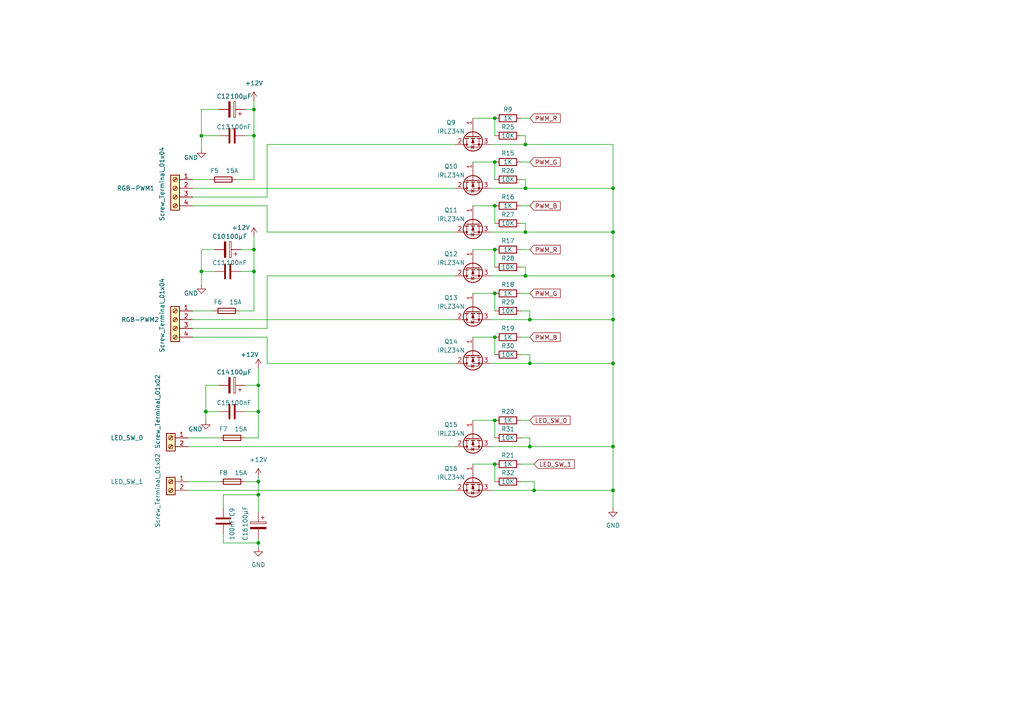
<source format=kicad_sch>
(kicad_sch (version 20211123) (generator eeschema)
  (paper "A4")
  (lib_symbols
    (symbol "Connector:Screw_Terminal_01x02" (pin_names (offset 1.016) hide)
      (property "Reference" "J" (at 0 2.54 0))
      (property "Value" "Screw_Terminal_01x02" (at 0 -5.08 0))
      (symbol "Screw_Terminal_01x02_1_1"
        (rectangle (start -1.27 1.27) (end 1.27 -3.81) (stroke (width 0.254)) (fill (type background)))
        (circle (center 0 -2.54) (radius 0.635) (stroke (width 0.1524)))
        (polyline (pts (xy -0.5334 -2.2098) (xy 0.3302 -3.048)) (stroke (width 0.1524)))
        (polyline (pts (xy -0.5334 0.3302) (xy 0.3302 -0.508)) (stroke (width 0.1524)))
        (polyline (pts (xy -0.3556 -2.032) (xy 0.508 -2.8702)) (stroke (width 0.1524)))
        (polyline (pts (xy -0.3556 0.508) (xy 0.508 -0.3302)) (stroke (width 0.1524)))
        (circle (center 0 0) (radius 0.635) (stroke (width 0.1524)))
        (pin passive line (at -5.08 0 0) (length 3.81) (name "Pin_1") (number "1"))
        (pin passive line (at -5.08 -2.54 0) (length 3.81) (name "Pin_2") (number "2"))
      )
    )
    (symbol "Connector:Screw_Terminal_01x04" (pin_names (offset 1.016) hide)
      (property "Reference" "J" (at 0 5.08 0))
      (property "Value" "Screw_Terminal_01x04" (at 0 -7.62 0))
      (symbol "Screw_Terminal_01x04_1_1"
        (rectangle (start -1.27 3.81) (end 1.27 -6.35) (stroke (width 0.254)) (fill (type background)))
        (circle (center 0 -5.08) (radius 0.635) (stroke (width 0.1524)))
        (circle (center 0 -2.54) (radius 0.635) (stroke (width 0.1524)))
        (polyline (pts (xy -0.5334 -4.7498) (xy 0.3302 -5.588)) (stroke (width 0.1524)))
        (polyline (pts (xy -0.5334 -2.2098) (xy 0.3302 -3.048)) (stroke (width 0.1524)))
        (polyline (pts (xy -0.5334 0.3302) (xy 0.3302 -0.508)) (stroke (width 0.1524)))
        (polyline (pts (xy -0.5334 2.8702) (xy 0.3302 2.032)) (stroke (width 0.1524)))
        (polyline (pts (xy -0.3556 -4.572) (xy 0.508 -5.4102)) (stroke (width 0.1524)))
        (polyline (pts (xy -0.3556 -2.032) (xy 0.508 -2.8702)) (stroke (width 0.1524)))
        (polyline (pts (xy -0.3556 0.508) (xy 0.508 -0.3302)) (stroke (width 0.1524)))
        (polyline (pts (xy -0.3556 3.048) (xy 0.508 2.2098)) (stroke (width 0.1524)))
        (circle (center 0 0) (radius 0.635) (stroke (width 0.1524)))
        (circle (center 0 2.54) (radius 0.635) (stroke (width 0.1524)))
        (pin passive line (at -5.08 2.54 0) (length 3.81) (name "Pin_1") (number "1"))
        (pin passive line (at -5.08 0 0) (length 3.81) (name "Pin_2") (number "2"))
        (pin passive line (at -5.08 -2.54 0) (length 3.81) (name "Pin_3") (number "3"))
        (pin passive line (at -5.08 -5.08 0) (length 3.81) (name "Pin_4") (number "4"))
      )
    )
    (symbol "Device:C" (pin_numbers hide) (pin_names (offset 0.254))
      (property "Reference" "C" (at 0.635 2.54 0))
      (property "Value" "C" (at 0.635 -2.54 0))
      (symbol "C_0_1"
        (polyline (pts (xy -2.032 -0.762) (xy 2.032 -0.762)) (stroke (width 0.508)))
        (polyline (pts (xy -2.032 0.762) (xy 2.032 0.762)) (stroke (width 0.508)))
      )
      (symbol "C_1_1"
        (pin passive line (at 0 3.81 270) (length 2.794) (name "~") (number "1"))
        (pin passive line (at 0 -3.81 90) (length 2.794) (name "~") (number "2"))
      )
    )
    (symbol "Device:C_Polarized" (pin_numbers hide) (pin_names (offset 0.254))
      (property "Reference" "C" (at 0.635 2.54 0))
      (property "Value" "C_Polarized" (at 0.635 -2.54 0))
      (symbol "C_Polarized_0_1"
        (rectangle (start -2.286 0.508) (end 2.286 1.016))
        (polyline (pts (xy -1.778 2.286) (xy -0.762 2.286)))
        (polyline (pts (xy -1.27 2.794) (xy -1.27 1.778)))
        (rectangle (start 2.286 -0.508) (end -2.286 -1.016) (fill (type outline)))
      )
      (symbol "C_Polarized_1_1"
        (pin passive line (at 0 3.81 270) (length 2.794) (name "~") (number "1"))
        (pin passive line (at 0 -3.81 90) (length 2.794) (name "~") (number "2"))
      )
    )
    (symbol "Device:Fuse" (pin_numbers hide) (pin_names (offset 0))
      (property "Reference" "F" (at 2.032 0 90))
      (property "Value" "Fuse" (at -1.905 0 90))
      (symbol "Fuse_0_1"
        (rectangle (start -0.762 -2.54) (end 0.762 2.54) (stroke (width 0.254)))
        (polyline (pts (xy 0 2.54) (xy 0 -2.54)))
      )
      (symbol "Fuse_1_1"
        (pin passive line (at 0 3.81 270) (length 1.27) (name "~") (number "1"))
        (pin passive line (at 0 -3.81 90) (length 1.27) (name "~") (number "2"))
      )
    )
    (symbol "Device:R" (pin_numbers hide) (pin_names (offset 0))
      (property "Reference" "R" (at 2.032 0 90))
      (property "Value" "R" (at 0 0 90))
      (symbol "R_0_1"
        (rectangle (start -1.016 -2.54) (end 1.016 2.54) (stroke (width 0.254)))
      )
      (symbol "R_1_1"
        (pin passive line (at 0 3.81 270) (length 1.27) (name "~") (number "1"))
        (pin passive line (at 0 -3.81 90) (length 1.27) (name "~") (number "2"))
      )
    )
    (symbol "Transistor_FET:IRLZ34N" (pin_names hide)
      (property "Reference" "Q" (at 6.35 1.905 0))
      (property "Value" "IRLZ34N" (at 6.35 0 0))
      (symbol "IRLZ34N_0_1"
        (polyline (pts (xy 0.254 0) (xy -2.54 0)))
        (polyline (pts (xy 0.254 1.905) (xy 0.254 -1.905)) (stroke (width 0.254)))
        (polyline (pts (xy 0.762 -1.27) (xy 0.762 -2.286)) (stroke (width 0.254)))
        (polyline (pts (xy 0.762 0.508) (xy 0.762 -0.508)) (stroke (width 0.254)))
        (polyline (pts (xy 0.762 2.286) (xy 0.762 1.27)) (stroke (width 0.254)))
        (polyline (pts (xy 2.54 2.54) (xy 2.54 1.778)))
        (polyline (pts (xy 2.54 -2.54) (xy 2.54 0) (xy 0.762 0)))
        (polyline (pts (xy 0.762 -1.778) (xy 3.302 -1.778) (xy 3.302 1.778) (xy 0.762 1.778)))
        (polyline (pts (xy 1.016 0) (xy 2.032 0.381) (xy 2.032 -0.381) (xy 1.016 0)) (fill (type outline)))
        (polyline (pts (xy 2.794 0.508) (xy 2.921 0.381) (xy 3.683 0.381) (xy 3.81 0.254)))
        (polyline (pts (xy 3.302 0.381) (xy 2.921 -0.254) (xy 3.683 -0.254) (xy 3.302 0.381)))
        (circle (center 1.651 0) (radius 2.794) (stroke (width 0.254)))
        (circle (center 2.54 -1.778) (radius 0.254) (fill (type outline)))
        (circle (center 2.54 1.778) (radius 0.254) (fill (type outline)))
      )
      (symbol "IRLZ34N_1_1"
        (pin input line (at -5.08 0 0) (length 2.54) (name "G") (number "1"))
        (pin passive line (at 2.54 5.08 270) (length 2.54) (name "D") (number "2"))
        (pin passive line (at 2.54 -5.08 90) (length 2.54) (name "S") (number "3"))
      )
    )
    (symbol "power:+12V" (power) (pin_names (offset 0))
      (property "Value" "+12V" (at 0 3.556 0))
      (symbol "+12V_0_1"
        (polyline (pts (xy -0.762 1.27) (xy 0 2.54)))
        (polyline (pts (xy 0 0) (xy 0 2.54)))
        (polyline (pts (xy 0 2.54) (xy 0.762 1.27)))
      )
      (symbol "+12V_1_1"
        (pin power_in line (at 0 0 90) (length 0) hide (name "+12V") (number "1"))
      )
    )
    (symbol "power:GND" (power) (pin_names (offset 0))
      (property "Value" "GND" (at 0 -3.81 0))
      (symbol "GND_0_1"
        (polyline (pts (xy 0 0) (xy 0 -1.27) (xy 1.27 -1.27) (xy 0 -2.54) (xy -1.27 -1.27) (xy 0 -1.27)))
      )
      (symbol "GND_1_1"
        (pin power_in line (at 0 0 270) (length 0) hide (name "GND") (number "1"))
      )
    )
  )
  (junction (at 73.66 39.37))
  (junction (at 74.93 139.7))
  (junction (at 152.4 80.01))
  (junction (at 154.94 142.24))
  (junction (at 143.51 134.62))
  (junction (at 143.51 46.99))
  (junction (at 74.93 157.48))
  (junction (at 58.42 39.37))
  (junction (at 177.8 67.31))
  (junction (at 177.8 105.41))
  (junction (at 177.8 129.54))
  (junction (at 73.66 72.39))
  (junction (at 74.93 119.38))
  (junction (at 152.4 41.91))
  (junction (at 152.4 54.61))
  (junction (at 177.8 54.61))
  (junction (at 58.42 78.74))
  (junction (at 74.93 111.76))
  (junction (at 177.8 142.24))
  (junction (at 73.66 31.75))
  (junction (at 143.51 72.39))
  (junction (at 143.51 121.92))
  (junction (at 153.67 129.54))
  (junction (at 177.8 92.71))
  (junction (at 143.51 59.69))
  (junction (at 177.8 80.01))
  (junction (at 143.51 85.09))
  (junction (at 152.4 67.31))
  (junction (at 153.67 92.71))
  (junction (at 73.66 78.74))
  (junction (at 59.69 119.38))
  (junction (at 143.51 97.79))
  (junction (at 74.93 143.51))
  (junction (at 143.51 34.29))
  (junction (at 153.67 105.41))
  (wire (pts (xy 153.67 129.54) (xy 142.24 129.54)))
  (wire (pts (xy 177.8 142.24) (xy 177.8 147.32)))
  (wire (pts (xy 77.47 97.79) (xy 55.88 97.79)))
  (wire (pts (xy 154.94 142.24) (xy 142.24 142.24)))
  (wire (pts (xy 68.58 52.07) (xy 73.66 52.07)))
  (wire (pts (xy 151.13 134.62) (xy 154.94 134.62)))
  (wire (pts (xy 74.93 106.68) (xy 74.93 111.76)))
  (wire (pts (xy 177.8 80.01) (xy 152.4 80.01)))
  (wire (pts (xy 74.93 119.38) (xy 74.93 127)))
  (wire (pts (xy 151.13 139.7) (xy 154.94 139.7)))
  (wire (pts (xy 153.67 90.17) (xy 153.67 92.71)))
  (wire (pts (xy 137.16 85.09) (xy 143.51 85.09)))
  (wire (pts (xy 63.5 31.75) (xy 58.42 31.75)))
  (wire (pts (xy 151.13 77.47) (xy 152.4 77.47)))
  (wire (pts (xy 177.8 105.41) (xy 177.8 129.54)))
  (wire (pts (xy 151.13 85.09) (xy 153.67 85.09)))
  (wire (pts (xy 177.8 142.24) (xy 154.94 142.24)))
  (wire (pts (xy 177.8 41.91) (xy 152.4 41.91)))
  (wire (pts (xy 143.51 59.69) (xy 143.51 64.77)))
  (wire (pts (xy 151.13 34.29) (xy 153.67 34.29)))
  (wire (pts (xy 152.4 52.07) (xy 152.4 54.61)))
  (wire (pts (xy 177.8 41.91) (xy 177.8 54.61)))
  (wire (pts (xy 153.67 102.87) (xy 153.67 105.41)))
  (wire (pts (xy 59.69 111.76) (xy 59.69 119.38)))
  (wire (pts (xy 153.67 105.41) (xy 142.24 105.41)))
  (wire (pts (xy 55.88 52.07) (xy 60.96 52.07)))
  (wire (pts (xy 137.16 46.99) (xy 143.51 46.99)))
  (wire (pts (xy 54.61 142.24) (xy 132.08 142.24)))
  (wire (pts (xy 64.77 143.51) (xy 74.93 143.51)))
  (wire (pts (xy 64.77 157.48) (xy 74.93 157.48)))
  (wire (pts (xy 152.4 39.37) (xy 152.4 41.91)))
  (wire (pts (xy 151.13 64.77) (xy 152.4 64.77)))
  (wire (pts (xy 143.51 85.09) (xy 143.51 90.17)))
  (wire (pts (xy 77.47 105.41) (xy 77.47 97.79)))
  (wire (pts (xy 137.16 59.69) (xy 143.51 59.69)))
  (wire (pts (xy 73.66 39.37) (xy 73.66 52.07)))
  (wire (pts (xy 69.5588 90.17) (xy 73.66 90.17)))
  (wire (pts (xy 69.85 72.39) (xy 73.66 72.39)))
  (wire (pts (xy 58.42 31.75) (xy 58.42 39.37)))
  (wire (pts (xy 58.42 78.74) (xy 62.23 78.74)))
  (wire (pts (xy 153.67 92.71) (xy 142.24 92.71)))
  (wire (pts (xy 132.08 80.01) (xy 77.47 80.01)))
  (wire (pts (xy 73.66 72.39) (xy 73.66 78.74)))
  (wire (pts (xy 151.13 121.92) (xy 153.67 121.92)))
  (wire (pts (xy 152.4 67.31) (xy 142.24 67.31)))
  (wire (pts (xy 73.66 31.75) (xy 73.66 39.37)))
  (wire (pts (xy 177.8 80.01) (xy 177.8 92.71)))
  (wire (pts (xy 143.51 121.92) (xy 143.51 127)))
  (wire (pts (xy 177.8 129.54) (xy 177.8 142.24)))
  (wire (pts (xy 143.51 46.99) (xy 143.51 52.07)))
  (wire (pts (xy 71.12 31.75) (xy 73.66 31.75)))
  (wire (pts (xy 151.13 72.39) (xy 153.67 72.39)))
  (wire (pts (xy 54.61 139.7) (xy 63.5 139.7)))
  (wire (pts (xy 137.16 34.29) (xy 143.51 34.29)))
  (wire (pts (xy 55.88 92.71) (xy 132.08 92.71)))
  (wire (pts (xy 132.08 41.91) (xy 77.47 41.91)))
  (wire (pts (xy 64.77 154.94) (xy 64.77 157.48)))
  (wire (pts (xy 137.16 134.62) (xy 143.51 134.62)))
  (wire (pts (xy 151.13 102.87) (xy 153.67 102.87)))
  (wire (pts (xy 143.51 72.39) (xy 143.51 77.47)))
  (wire (pts (xy 151.13 97.79) (xy 153.67 97.79)))
  (wire (pts (xy 74.93 139.7) (xy 74.93 138.43)))
  (wire (pts (xy 63.5 119.38) (xy 59.69 119.38)))
  (wire (pts (xy 58.42 39.37) (xy 63.5 39.37)))
  (wire (pts (xy 71.12 127) (xy 74.93 127)))
  (wire (pts (xy 152.4 77.47) (xy 152.4 80.01)))
  (wire (pts (xy 177.8 67.31) (xy 177.8 80.01)))
  (wire (pts (xy 71.12 139.7) (xy 74.93 139.7)))
  (wire (pts (xy 55.88 95.25) (xy 77.47 95.25)))
  (wire (pts (xy 137.16 72.39) (xy 143.51 72.39)))
  (wire (pts (xy 73.66 68.58) (xy 73.66 72.39)))
  (wire (pts (xy 151.13 52.07) (xy 152.4 52.07)))
  (wire (pts (xy 151.13 46.99) (xy 153.67 46.99)))
  (wire (pts (xy 132.08 105.41) (xy 77.47 105.41)))
  (wire (pts (xy 71.12 111.76) (xy 74.93 111.76)))
  (wire (pts (xy 55.88 90.17) (xy 61.9388 90.17)))
  (wire (pts (xy 177.8 54.61) (xy 177.8 67.31)))
  (wire (pts (xy 137.16 97.79) (xy 143.51 97.79)))
  (wire (pts (xy 143.51 139.7) (xy 143.51 134.62)))
  (wire (pts (xy 59.69 119.38) (xy 59.69 121.92)))
  (wire (pts (xy 71.12 39.37) (xy 73.66 39.37)))
  (wire (pts (xy 58.42 39.37) (xy 58.42 43.18)))
  (wire (pts (xy 74.93 143.51) (xy 74.93 148.59)))
  (wire (pts (xy 151.13 59.69) (xy 153.67 59.69)))
  (wire (pts (xy 177.8 54.61) (xy 152.4 54.61)))
  (wire (pts (xy 143.51 34.29) (xy 143.51 39.37)))
  (wire (pts (xy 151.13 127) (xy 153.67 127)))
  (wire (pts (xy 73.66 78.74) (xy 73.66 90.17)))
  (wire (pts (xy 54.61 127) (xy 63.5 127)))
  (wire (pts (xy 177.8 92.71) (xy 177.8 105.41)))
  (wire (pts (xy 137.16 121.92) (xy 143.51 121.92)))
  (wire (pts (xy 64.77 147.32) (xy 64.77 143.51)))
  (wire (pts (xy 132.08 67.31) (xy 77.47 67.31)))
  (wire (pts (xy 73.66 29.21) (xy 73.66 31.75)))
  (wire (pts (xy 74.93 111.76) (xy 74.93 119.38)))
  (wire (pts (xy 152.4 80.01) (xy 142.24 80.01)))
  (wire (pts (xy 77.47 41.91) (xy 77.47 57.15)))
  (wire (pts (xy 58.42 72.39) (xy 58.42 78.74)))
  (wire (pts (xy 58.42 78.74) (xy 58.42 82.55)))
  (wire (pts (xy 151.13 39.37) (xy 152.4 39.37)))
  (wire (pts (xy 154.94 139.7) (xy 154.94 142.24)))
  (wire (pts (xy 143.51 97.79) (xy 143.51 102.87)))
  (wire (pts (xy 62.23 72.39) (xy 58.42 72.39)))
  (wire (pts (xy 77.47 80.01) (xy 77.47 95.25)))
  (wire (pts (xy 177.8 105.41) (xy 153.67 105.41)))
  (wire (pts (xy 55.88 57.15) (xy 77.47 57.15)))
  (wire (pts (xy 74.93 156.21) (xy 74.93 157.48)))
  (wire (pts (xy 152.4 54.61) (xy 142.24 54.61)))
  (wire (pts (xy 63.5 111.76) (xy 59.69 111.76)))
  (wire (pts (xy 151.13 90.17) (xy 153.67 90.17)))
  (wire (pts (xy 177.8 92.71) (xy 153.67 92.71)))
  (wire (pts (xy 77.47 59.69) (xy 55.88 59.69)))
  (wire (pts (xy 177.8 129.54) (xy 153.67 129.54)))
  (wire (pts (xy 74.93 157.48) (xy 74.93 158.75)))
  (wire (pts (xy 55.88 54.61) (xy 132.08 54.61)))
  (wire (pts (xy 71.12 119.38) (xy 74.93 119.38)))
  (wire (pts (xy 77.47 67.31) (xy 77.47 59.69)))
  (wire (pts (xy 153.67 127) (xy 153.67 129.54)))
  (wire (pts (xy 69.85 78.74) (xy 73.66 78.74)))
  (wire (pts (xy 177.8 67.31) (xy 152.4 67.31)))
  (wire (pts (xy 54.61 129.54) (xy 132.08 129.54)))
  (wire (pts (xy 152.4 41.91) (xy 142.24 41.91)))
  (wire (pts (xy 152.4 64.77) (xy 152.4 67.31)))
  (wire (pts (xy 74.93 139.7) (xy 74.93 143.51)))
  (global_label "PWM_R" (shape input) (at 153.67 34.29 0) (property "Intersheet References" "${INTERSHEET_REFS}" (at 162.4936 34.2106 0) (effects (justify left))))
  (global_label "LED_SW_1" (shape input) (at 154.94 134.62 0) (property "Intersheet References" "${INTERSHEET_REFS}" (at 166.606 134.5406 0) (effects (justify left))))
  (global_label "PWM_G" (shape input) (at 153.67 85.09 0) (property "Intersheet References" "${INTERSHEET_REFS}" (at 162.4936 85.0106 0) (effects (justify left))))
  (global_label "PWM_R" (shape input) (at 153.67 72.39 0) (property "Intersheet References" "${INTERSHEET_REFS}" (at 162.4936 72.3106 0) (effects (justify left))))
  (global_label "PWM_B" (shape input) (at 153.67 59.69 0) (property "Intersheet References" "${INTERSHEET_REFS}" (at 162.4936 59.6106 0) (effects (justify left))))
  (global_label "PWM_B" (shape input) (at 153.67 97.79 0) (property "Intersheet References" "${INTERSHEET_REFS}" (at 162.4936 97.7106 0) (effects (justify left))))
  (global_label "PWM_G" (shape input) (at 153.67 46.99 0) (property "Intersheet References" "${INTERSHEET_REFS}" (at 162.4936 46.9106 0) (effects (justify left))))
  (global_label "LED_SW_0" (shape input) (at 153.67 121.92 0) (property "Intersheet References" "${INTERSHEET_REFS}" (at 165.336 121.8406 0) (effects (justify left))))
  (symbol (lib_id "power:+12V") (at 74.93 138.43 0) (unit 1)
    (property "Reference" "#PWR09" (effects hide))
    (property "Value" "+12V" (at 74.93 133.35 0))
  )
  (symbol (lib_id "Transistor_FET:IRLZ34N") (at 137.16 102.87 90) (mirror x) (unit 1)
    (property "Reference" "Q14" (at 130.81 99.06 90))
    (property "Value" "IRLZ34N" (at 130.81 101.6 90))
    (property "Footprint" "Package_TO_SOT_THT:TO-220-3_Horizontal_TabDown" (effects hide))
    (property "Datasheet" "http://www.infineon.com/dgdl/irlz34npbf.pdf?fileId=5546d462533600a40153567206892720" (effects hide))
  )
  (symbol (lib_id "Transistor_FET:IRLZ34N") (at 137.16 90.17 90) (mirror x) (unit 1)
    (property "Reference" "Q13" (at 130.81 86.36 90))
    (property "Value" "IRLZ34N" (at 130.81 88.9 90))
    (property "Footprint" "Package_TO_SOT_THT:TO-220-3_Horizontal_TabDown" (effects hide))
    (property "Datasheet" "http://www.infineon.com/dgdl/irlz34npbf.pdf?fileId=5546d462533600a40153567206892720" (effects hide))
  )
  (symbol (lib_id "power:GND") (at 74.93 158.75 0) (unit 1)
    (property "Reference" "#PWR014" (effects hide))
    (property "Value" "GND" (at 74.93 163.83 0))
  )
  (symbol (lib_id "Device:R") (at 147.32 134.62 270) (unit 1)
    (property "Reference" "R21" (at 147.32 132.08 90))
    (property "Value" "1K" (at 147.32 134.62 90))
    (property "Footprint" "Resistor_SMD:R_0805_2012Metric_Pad1.20x1.40mm_HandSolder" (effects hide))
  )
  (symbol (lib_id "power:+12V") (at 73.66 68.58 0) (unit 1)
    (property "Reference" "#PWR07" (effects hide))
    (property "Value" "+12V" (at 69.85 66.04 0))
  )
  (symbol (lib_id "Device:C") (at 66.04 78.74 90) (unit 1)
    (property "Reference" "C11" (at 63.5 76.2 90))
    (property "Value" "100nF" (at 68.58 76.2 90))
    (property "Footprint" "Capacitor_SMD:C_0805_2012Metric_Pad1.18x1.45mm_HandSolder" (effects hide))
  )
  (symbol (lib_id "Device:C") (at 67.31 39.37 90) (unit 1)
    (property "Reference" "C13" (at 64.77 36.83 90))
    (property "Value" "100nF" (at 69.85 36.83 90))
    (property "Footprint" "Capacitor_SMD:C_0805_2012Metric_Pad1.18x1.45mm_HandSolder" (effects hide))
  )
  (symbol (lib_id "Device:R") (at 147.32 97.79 270) (unit 1)
    (property "Reference" "R19" (at 147.32 95.25 90))
    (property "Value" "1K" (at 147.32 97.79 90))
    (property "Footprint" "Resistor_SMD:R_0805_2012Metric_Pad1.20x1.40mm_HandSolder" (effects hide))
  )
  (symbol (lib_id "Transistor_FET:IRLZ34N") (at 137.16 39.37 90) (mirror x) (unit 1)
    (property "Reference" "Q9" (at 130.81 35.56 90))
    (property "Value" "IRLZ34N" (at 130.81 38.1 90))
    (property "Footprint" "Package_TO_SOT_THT:TO-220-3_Horizontal_TabDown" (effects hide))
    (property "Datasheet" "http://www.infineon.com/dgdl/irlz34npbf.pdf?fileId=5546d462533600a40153567206892720" (effects hide))
  )
  (symbol (lib_id "Device:Fuse") (at 64.77 52.07 270) (unit 1)
    (property "Reference" "F5" (at 62.23 49.53 90))
    (property "Value" "15A" (at 67.31 49.53 90))
    (property "Footprint" "Fuse:Fuseholder_Clip-5x20mm_Eaton_1A5601-01_Inline_P20.80x6.76mm_D1.70mm_Horizontal" (effects hide))
  )
  (symbol (lib_id "Device:R") (at 147.32 85.09 270) (unit 1)
    (property "Reference" "R18" (at 147.32 82.55 90))
    (property "Value" "1K" (at 147.32 85.09 90))
    (property "Footprint" "Resistor_SMD:R_0805_2012Metric_Pad1.20x1.40mm_HandSolder" (effects hide))
  )
  (symbol (lib_id "Connector:Screw_Terminal_01x04") (at 50.8 92.71 0) (mirror y) (unit 1)
    (property "Reference" "RGB-PWM2" (at 40.64 92.71 0))
    (property "Value" "Screw_Terminal_01x04" (at 46.99 91.44 90))
    (property "Footprint" "TerminalBlock_Phoenix:TerminalBlock_Phoenix_MKDS-1,5-4_1x04_P5.00mm_Horizontal" (effects hide))
  )
  (symbol (lib_id "Transistor_FET:IRLZ34N") (at 137.16 127 90) (mirror x) (unit 1)
    (property "Reference" "Q15" (at 130.81 123.19 90))
    (property "Value" "IRLZ34N" (at 130.81 125.73 90))
    (property "Footprint" "Package_TO_SOT_THT:TO-220-3_Horizontal_TabDown" (effects hide))
    (property "Datasheet" "http://www.infineon.com/dgdl/irlz34npbf.pdf?fileId=5546d462533600a40153567206892720" (effects hide))
  )
  (symbol (lib_id "power:GND") (at 59.69 121.92 0) (mirror y) (unit 1)
    (property "Reference" "#PWR013" (effects hide))
    (property "Value" "GND" (at 54.61 124.46 0) (effects (justify right)))
  )
  (symbol (lib_id "Device:R") (at 147.32 127 270) (unit 1)
    (property "Reference" "R31" (at 147.32 124.46 90))
    (property "Value" "10K" (at 147.32 127 90))
    (property "Footprint" "Resistor_SMD:R_0805_2012Metric_Pad1.20x1.40mm_HandSolder" (effects hide))
  )
  (symbol (lib_id "Device:C_Polarized") (at 67.31 31.75 270) (mirror x) (unit 1)
    (property "Reference" "C12" (at 64.77 27.94 90))
    (property "Value" "100µF" (at 69.85 27.94 90))
    (property "Footprint" "Capacitor_THT:CP_Radial_D8.0mm_P3.80mm" (effects hide))
  )
  (symbol (lib_id "Connector:Screw_Terminal_01x02") (at 49.53 139.7 0) (mirror y) (unit 1)
    (property "Reference" "LED_SW_1" (at 36.83 139.7 0))
    (property "Value" "Screw_Terminal_01x02" (at 45.72 142.24 90))
    (property "Footprint" "TerminalBlock_Phoenix:TerminalBlock_Phoenix_MKDS-1,5-2_1x02_P5.00mm_Horizontal" (effects hide))
  )
  (symbol (lib_id "Device:R") (at 147.32 34.29 270) (unit 1)
    (property "Reference" "R9" (at 147.32 31.75 90))
    (property "Value" "1K" (at 147.32 34.29 90))
    (property "Footprint" "Resistor_SMD:R_0805_2012Metric_Pad1.20x1.40mm_HandSolder" (effects hide))
  )
  (symbol (lib_id "Device:R") (at 147.32 121.92 270) (unit 1)
    (property "Reference" "R20" (at 147.32 119.38 90))
    (property "Value" "1K" (at 147.32 121.92 90))
    (property "Footprint" "Resistor_SMD:R_0805_2012Metric_Pad1.20x1.40mm_HandSolder" (effects hide))
  )
  (symbol (lib_id "Connector:Screw_Terminal_01x02") (at 49.53 127 0) (mirror y) (unit 1)
    (property "Reference" "LED_SW_0" (at 36.83 127 0))
    (property "Value" "Screw_Terminal_01x02" (at 45.72 119.38 90))
    (property "Footprint" "TerminalBlock_Phoenix:TerminalBlock_Phoenix_MKDS-1,5-2_1x02_P5.00mm_Horizontal" (effects hide))
  )
  (symbol (lib_id "Device:C") (at 64.77 151.13 0) (unit 1)
    (property "Reference" "C9" (at 67.31 148.59 90))
    (property "Value" "100nF" (at 67.31 153.67 90))
    (property "Footprint" "Capacitor_SMD:C_0805_2012Metric_Pad1.18x1.45mm_HandSolder" (effects hide))
  )
  (symbol (lib_id "Transistor_FET:IRLZ34N") (at 137.16 52.07 90) (mirror x) (unit 1)
    (property "Reference" "Q10" (at 130.81 48.26 90))
    (property "Value" "IRLZ34N" (at 130.81 50.8 90))
    (property "Footprint" "Package_TO_SOT_THT:TO-220-3_Horizontal_TabDown" (effects hide))
    (property "Datasheet" "http://www.infineon.com/dgdl/irlz34npbf.pdf?fileId=5546d462533600a40153567206892720" (effects hide))
  )
  (symbol (lib_id "Device:R") (at 147.32 39.37 270) (unit 1)
    (property "Reference" "R25" (at 147.32 36.83 90))
    (property "Value" "10K" (at 147.32 39.37 90))
    (property "Footprint" "Resistor_SMD:R_0805_2012Metric_Pad1.20x1.40mm_HandSolder" (effects hide))
  )
  (symbol (lib_id "Transistor_FET:IRLZ34N") (at 137.16 139.7 90) (mirror x) (unit 1)
    (property "Reference" "Q16" (at 130.81 135.89 90))
    (property "Value" "IRLZ34N" (at 130.81 138.43 90))
    (property "Footprint" "Package_TO_SOT_THT:TO-220-3_Horizontal_TabDown" (effects hide))
    (property "Datasheet" "http://www.infineon.com/dgdl/irlz34npbf.pdf?fileId=5546d462533600a40153567206892720" (effects hide))
  )
  (symbol (lib_id "power:+12V") (at 74.93 106.68 0) (unit 1)
    (property "Reference" "#PWR08" (effects hide))
    (property "Value" "+12V" (at 72.39 102.87 0))
  )
  (symbol (lib_id "Connector:Screw_Terminal_01x04") (at 50.8 54.61 0) (mirror y) (unit 1)
    (property "Reference" "RGB-PWM1" (at 39.37 54.61 0))
    (property "Value" "Screw_Terminal_01x04" (at 46.99 53.34 90))
    (property "Footprint" "TerminalBlock_Phoenix:TerminalBlock_Phoenix_MKDS-1,5-4_1x04_P5.00mm_Horizontal" (effects hide))
  )
  (symbol (lib_id "Device:R") (at 147.32 46.99 270) (unit 1)
    (property "Reference" "R15" (at 147.32 44.45 90))
    (property "Value" "1K" (at 147.32 46.99 90))
    (property "Footprint" "Resistor_SMD:R_0805_2012Metric_Pad1.20x1.40mm_HandSolder" (effects hide))
  )
  (symbol (lib_id "power:GND") (at 177.8 147.32 0) (unit 1)
    (property "Reference" "#PWR010" (effects hide))
    (property "Value" "GND" (at 177.8 152.4 0))
  )
  (symbol (lib_id "Device:C") (at 67.31 119.38 90) (unit 1)
    (property "Reference" "C15" (at 64.77 116.84 90))
    (property "Value" "100nF" (at 69.85 116.84 90))
    (property "Footprint" "Capacitor_SMD:C_0805_2012Metric_Pad1.18x1.45mm_HandSolder" (effects hide))
  )
  (symbol (lib_id "Device:R") (at 147.32 72.39 270) (unit 1)
    (property "Reference" "R17" (at 147.32 69.85 90))
    (property "Value" "1K" (at 147.32 72.39 90))
    (property "Footprint" "Resistor_SMD:R_0805_2012Metric_Pad1.20x1.40mm_HandSolder" (effects hide))
  )
  (symbol (lib_id "Device:Fuse") (at 67.31 127 270) (unit 1)
    (property "Reference" "F7" (at 64.77 124.46 90))
    (property "Value" "15A" (at 69.85 124.46 90))
    (property "Footprint" "Fuse:Fuseholder_Clip-5x20mm_Eaton_1A5601-01_Inline_P20.80x6.76mm_D1.70mm_Horizontal" (effects hide))
  )
  (symbol (lib_id "Device:R") (at 147.32 90.17 270) (unit 1)
    (property "Reference" "R29" (at 147.32 87.63 90))
    (property "Value" "10K" (at 147.32 90.17 90))
    (property "Footprint" "Resistor_SMD:R_0805_2012Metric_Pad1.20x1.40mm_HandSolder" (effects hide))
  )
  (symbol (lib_id "Device:C_Polarized") (at 67.31 111.76 270) (mirror x) (unit 1)
    (property "Reference" "C14" (at 64.77 107.95 90))
    (property "Value" "100µF" (at 69.85 107.95 90))
    (property "Footprint" "Capacitor_THT:CP_Radial_D8.0mm_P3.80mm" (effects hide))
  )
  (symbol (lib_id "Device:Fuse") (at 65.7488 90.17 270) (unit 1)
    (property "Reference" "F6" (at 63.2088 87.63 90))
    (property "Value" "15A" (at 68.2888 87.63 90))
    (property "Footprint" "Fuse:Fuseholder_Clip-5x20mm_Eaton_1A5601-01_Inline_P20.80x6.76mm_D1.70mm_Horizontal" (effects hide))
  )
  (symbol (lib_id "Device:R") (at 147.32 77.47 270) (unit 1)
    (property "Reference" "R28" (at 147.32 74.93 90))
    (property "Value" "10K" (at 147.32 77.47 90))
    (property "Footprint" "Resistor_SMD:R_0805_2012Metric_Pad1.20x1.40mm_HandSolder" (effects hide))
  )
  (symbol (lib_id "Device:C_Polarized") (at 66.04 72.39 270) (mirror x) (unit 1)
    (property "Reference" "C10" (at 63.5 68.58 90))
    (property "Value" "100µF" (at 68.58 68.58 90))
    (property "Footprint" "Capacitor_THT:CP_Radial_D8.0mm_P3.80mm" (effects hide))
  )
  (symbol (lib_id "Transistor_FET:IRLZ34N") (at 137.16 64.77 90) (mirror x) (unit 1)
    (property "Reference" "Q11" (at 130.81 60.96 90))
    (property "Value" "IRLZ34N" (at 130.81 63.5 90))
    (property "Footprint" "Package_TO_SOT_THT:TO-220-3_Horizontal_TabDown" (effects hide))
    (property "Datasheet" "http://www.infineon.com/dgdl/irlz34npbf.pdf?fileId=5546d462533600a40153567206892720" (effects hide))
  )
  (symbol (lib_id "Device:R") (at 147.32 59.69 270) (unit 1)
    (property "Reference" "R16" (at 147.32 57.15 90))
    (property "Value" "1K" (at 147.32 59.69 90))
    (property "Footprint" "Resistor_SMD:R_0805_2012Metric_Pad1.20x1.40mm_HandSolder" (effects hide))
  )
  (symbol (lib_id "Device:Fuse") (at 67.31 139.7 270) (unit 1)
    (property "Reference" "F8" (at 64.77 137.16 90))
    (property "Value" "15A" (at 69.85 137.16 90))
    (property "Footprint" "Fuse:Fuseholder_Clip-5x20mm_Eaton_1A5601-01_Inline_P20.80x6.76mm_D1.70mm_Horizontal" (effects hide))
  )
  (symbol (lib_id "Device:R") (at 147.32 52.07 270) (unit 1)
    (property "Reference" "R26" (at 147.32 49.53 90))
    (property "Value" "10K" (at 147.32 52.07 90))
    (property "Footprint" "Resistor_SMD:R_0805_2012Metric_Pad1.20x1.40mm_HandSolder" (effects hide))
  )
  (symbol (lib_id "Device:R") (at 147.32 64.77 270) (unit 1)
    (property "Reference" "R27" (at 147.32 62.23 90))
    (property "Value" "10K" (at 147.32 64.77 90))
    (property "Footprint" "Resistor_SMD:R_0805_2012Metric_Pad1.20x1.40mm_HandSolder" (effects hide))
  )
  (symbol (lib_id "power:+12V") (at 73.66 29.21 0) (unit 1)
    (property "Reference" "#PWR06" (effects hide))
    (property "Value" "+12V" (at 73.66 24.13 0))
  )
  (symbol (lib_id "power:GND") (at 58.42 43.18 0) (mirror y) (unit 1)
    (property "Reference" "#PWR011" (effects hide))
    (property "Value" "GND" (at 53.34 45.72 0) (effects (justify right)))
  )
  (symbol (lib_id "Device:R") (at 147.32 102.87 270) (unit 1)
    (property "Reference" "R30" (at 147.32 100.33 90))
    (property "Value" "10K" (at 147.32 102.87 90))
    (property "Footprint" "Resistor_SMD:R_0805_2012Metric_Pad1.20x1.40mm_HandSolder" (effects hide))
  )
  (symbol (lib_id "Device:R") (at 147.32 139.7 270) (unit 1)
    (property "Reference" "R32" (at 147.32 137.16 90))
    (property "Value" "10K" (at 147.32 139.7 90))
    (property "Footprint" "Resistor_SMD:R_0805_2012Metric_Pad1.20x1.40mm_HandSolder" (effects hide))
  )
  (symbol (lib_id "Device:C_Polarized") (at 74.93 152.4 0) (mirror y) (unit 1)
    (property "Reference" "C16" (at 71.12 154.94 90))
    (property "Value" "100µF" (at 71.12 149.86 90))
    (property "Footprint" "Capacitor_THT:CP_Radial_D8.0mm_P3.80mm" (effects hide))
  )
  (symbol (lib_id "Transistor_FET:IRLZ34N") (at 137.16 77.47 90) (mirror x) (unit 1)
    (property "Reference" "Q12" (at 130.81 73.66 90))
    (property "Value" "IRLZ34N" (at 130.81 76.2 90))
    (property "Footprint" "Package_TO_SOT_THT:TO-220-3_Horizontal_TabDown" (effects hide))
    (property "Datasheet" "http://www.infineon.com/dgdl/irlz34npbf.pdf?fileId=5546d462533600a40153567206892720" (effects hide))
  )
  (symbol (lib_id "power:GND") (at 58.42 82.55 0) (mirror y) (unit 1)
    (property "Reference" "#PWR012" (effects hide))
    (property "Value" "GND" (at 53.34 85.09 0) (effects (justify right)))
  )
)
</source>
